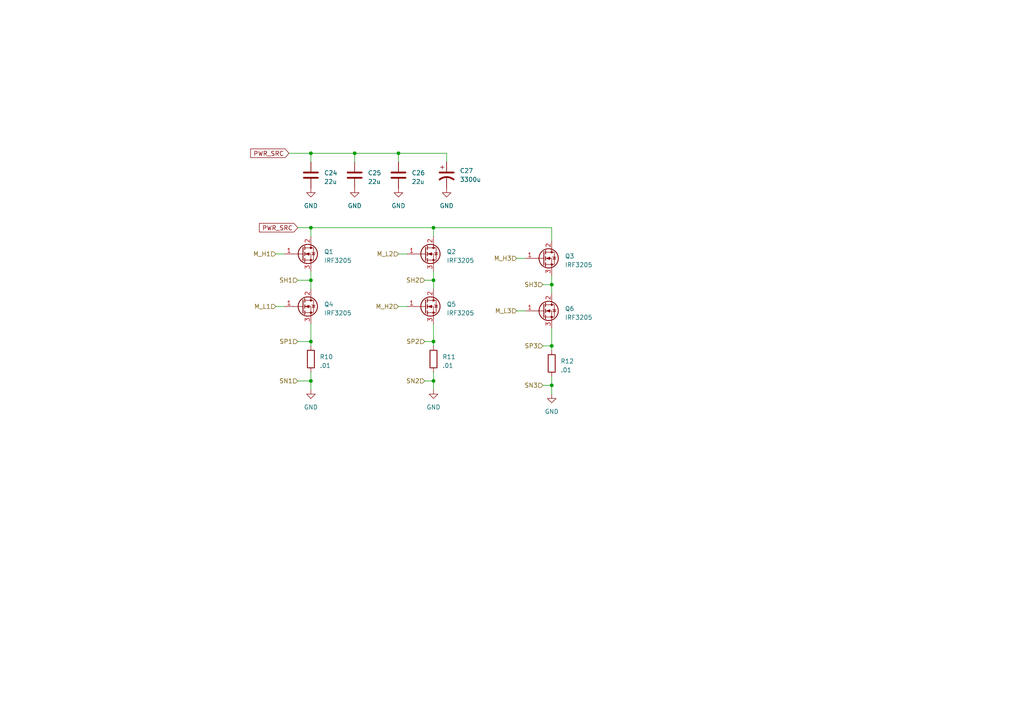
<source format=kicad_sch>
(kicad_sch (version 20230121) (generator eeschema)
  (paper "A4")
  (lib_symbols
    (symbol "Device:C" (pin_numbers hide) (pin_names (offset 0.254))
      (property "Reference" "C" (at 0.635 2.54 0))
      (property "Value" "C" (at 0.635 -2.54 0))
      (symbol "C_0_1"
        (polyline (pts (xy -2.032 -0.762) (xy 2.032 -0.762)) (stroke (width 0.508)))
        (polyline (pts (xy -2.032 0.762) (xy 2.032 0.762)) (stroke (width 0.508)))
      )
      (symbol "C_1_1"
        (pin passive line (at 0 3.81 270) (length 2.794) (name "~") (number "1"))
        (pin passive line (at 0 -3.81 90) (length 2.794) (name "~") (number "2"))
      )
    )
    (symbol "Device:C_Polarized_US" (pin_numbers hide) (pin_names (offset 0.254) hide)
      (property "Reference" "C" (at 0.635 2.54 0))
      (property "Value" "C_Polarized_US" (at 0.635 -2.54 0))
      (symbol "C_Polarized_US_0_1"
        (polyline (pts (xy -2.032 0.762) (xy 2.032 0.762)) (stroke (width 0.508)))
        (polyline (pts (xy -1.778 2.286) (xy -0.762 2.286)))
        (polyline (pts (xy -1.27 1.778) (xy -1.27 2.794)))
        (arc (start 2.032 -1.27) (mid 0 -0.5572) (end -2.032 -1.27) (stroke (width 0.508)))
      )
      (symbol "C_Polarized_US_1_1"
        (pin passive line (at 0 3.81 270) (length 2.794) (name "~") (number "1"))
        (pin passive line (at 0 -3.81 90) (length 3.302) (name "~") (number "2"))
      )
    )
    (symbol "Device:R" (pin_numbers hide) (pin_names (offset 0))
      (property "Reference" "R" (at 2.032 0 90))
      (property "Value" "R" (at 0 0 90))
      (symbol "R_0_1"
        (rectangle (start -1.016 -2.54) (end 1.016 2.54) (stroke (width 0.254)))
      )
      (symbol "R_1_1"
        (pin passive line (at 0 3.81 270) (length 1.27) (name "~") (number "1"))
        (pin passive line (at 0 -3.81 90) (length 1.27) (name "~") (number "2"))
      )
    )
    (symbol "Transistor_FET:IRF3205" (pin_names hide)
      (property "Reference" "Q" (at 6.35 1.905 0))
      (property "Value" "IRF3205" (at 6.35 0 0))
      (symbol "IRF3205_0_1"
        (polyline (pts (xy 0.254 0) (xy -2.54 0)))
        (polyline (pts (xy 0.254 1.905) (xy 0.254 -1.905)) (stroke (width 0.254)))
        (polyline (pts (xy 0.762 -1.27) (xy 0.762 -2.286)) (stroke (width 0.254)))
        (polyline (pts (xy 0.762 0.508) (xy 0.762 -0.508)) (stroke (width 0.254)))
        (polyline (pts (xy 0.762 2.286) (xy 0.762 1.27)) (stroke (width 0.254)))
        (polyline (pts (xy 2.54 2.54) (xy 2.54 1.778)))
        (polyline (pts (xy 2.54 -2.54) (xy 2.54 0) (xy 0.762 0)))
        (polyline (pts (xy 0.762 -1.778) (xy 3.302 -1.778) (xy 3.302 1.778) (xy 0.762 1.778)))
        (polyline (pts (xy 1.016 0) (xy 2.032 0.381) (xy 2.032 -0.381) (xy 1.016 0)) (fill (type outline)))
        (polyline (pts (xy 2.794 0.508) (xy 2.921 0.381) (xy 3.683 0.381) (xy 3.81 0.254)))
        (polyline (pts (xy 3.302 0.381) (xy 2.921 -0.254) (xy 3.683 -0.254) (xy 3.302 0.381)))
        (circle (center 1.651 0) (radius 2.794) (stroke (width 0.254)))
        (circle (center 2.54 -1.778) (radius 0.254) (fill (type outline)))
        (circle (center 2.54 1.778) (radius 0.254) (fill (type outline)))
      )
      (symbol "IRF3205_1_1"
        (pin input line (at -5.08 0 0) (length 2.54) (name "G") (number "1"))
        (pin passive line (at 2.54 5.08 270) (length 2.54) (name "D") (number "2"))
        (pin passive line (at 2.54 -5.08 90) (length 2.54) (name "S") (number "3"))
      )
    )
    (symbol "power:GND" (power) (pin_names (offset 0))
      (property "Value" "GND" (at 0 -3.81 0))
      (symbol "GND_0_1"
        (polyline (pts (xy 0 0) (xy 0 -1.27) (xy 1.27 -1.27) (xy 0 -2.54) (xy -1.27 -1.27) (xy 0 -1.27)))
      )
      (symbol "GND_1_1"
        (pin power_in line (at 0 0 270) (length 0) hide (name "GND") (number "1"))
      )
    )
  )
  (junction (at 90.17 44.45))
  (junction (at 90.17 99.06))
  (junction (at 125.73 99.06))
  (junction (at 125.73 110.49))
  (junction (at 102.87 44.45))
  (junction (at 160.02 82.55))
  (junction (at 160.02 111.76))
  (junction (at 90.17 110.49))
  (junction (at 115.57 44.45))
  (junction (at 160.02 100.33))
  (junction (at 125.73 66.04))
  (junction (at 125.73 81.28))
  (junction (at 90.17 66.04))
  (junction (at 90.17 81.28))
  (wire (pts (xy 102.87 44.45) (xy 102.87 46.99)))
  (wire (pts (xy 160.02 100.33) (xy 160.02 101.6)))
  (wire (pts (xy 80.01 73.66) (xy 82.55 73.66)))
  (wire (pts (xy 86.36 99.06) (xy 90.17 99.06)))
  (wire (pts (xy 102.87 44.45) (xy 115.57 44.45)))
  (wire (pts (xy 86.36 110.49) (xy 90.17 110.49)))
  (wire (pts (xy 86.36 66.04) (xy 90.17 66.04)))
  (wire (pts (xy 123.19 99.06) (xy 125.73 99.06)))
  (wire (pts (xy 115.57 73.66) (xy 118.11 73.66)))
  (wire (pts (xy 125.73 66.04) (xy 160.02 66.04)))
  (wire (pts (xy 90.17 81.28) (xy 90.17 83.82)))
  (wire (pts (xy 90.17 93.98) (xy 90.17 99.06)))
  (wire (pts (xy 115.57 44.45) (xy 115.57 46.99)))
  (wire (pts (xy 90.17 66.04) (xy 125.73 66.04)))
  (wire (pts (xy 115.57 88.9) (xy 118.11 88.9)))
  (wire (pts (xy 129.54 44.45) (xy 129.54 46.99)))
  (wire (pts (xy 90.17 78.74) (xy 90.17 81.28)))
  (wire (pts (xy 149.86 90.17) (xy 152.4 90.17)))
  (wire (pts (xy 125.73 110.49) (xy 125.73 113.03)))
  (wire (pts (xy 125.73 66.04) (xy 125.73 68.58)))
  (wire (pts (xy 90.17 66.04) (xy 90.17 68.58)))
  (wire (pts (xy 160.02 95.25) (xy 160.02 100.33)))
  (wire (pts (xy 157.48 100.33) (xy 160.02 100.33)))
  (wire (pts (xy 90.17 44.45) (xy 102.87 44.45)))
  (wire (pts (xy 157.48 82.55) (xy 160.02 82.55)))
  (wire (pts (xy 90.17 99.06) (xy 90.17 100.33)))
  (wire (pts (xy 125.73 78.74) (xy 125.73 81.28)))
  (wire (pts (xy 90.17 110.49) (xy 90.17 113.03)))
  (wire (pts (xy 160.02 80.01) (xy 160.02 82.55)))
  (wire (pts (xy 125.73 99.06) (xy 125.73 100.33)))
  (wire (pts (xy 80.01 88.9) (xy 82.55 88.9)))
  (wire (pts (xy 125.73 93.98) (xy 125.73 99.06)))
  (wire (pts (xy 90.17 107.95) (xy 90.17 110.49)))
  (wire (pts (xy 125.73 107.95) (xy 125.73 110.49)))
  (wire (pts (xy 115.57 44.45) (xy 129.54 44.45)))
  (wire (pts (xy 157.48 111.76) (xy 160.02 111.76)))
  (wire (pts (xy 86.36 81.28) (xy 90.17 81.28)))
  (wire (pts (xy 83.82 44.45) (xy 90.17 44.45)))
  (wire (pts (xy 123.19 110.49) (xy 125.73 110.49)))
  (wire (pts (xy 160.02 66.04) (xy 160.02 69.85)))
  (wire (pts (xy 160.02 111.76) (xy 160.02 114.3)))
  (wire (pts (xy 160.02 82.55) (xy 160.02 85.09)))
  (wire (pts (xy 123.19 81.28) (xy 125.73 81.28)))
  (wire (pts (xy 90.17 44.45) (xy 90.17 46.99)))
  (wire (pts (xy 160.02 109.22) (xy 160.02 111.76)))
  (wire (pts (xy 149.86 74.93) (xy 152.4 74.93)))
  (wire (pts (xy 125.73 81.28) (xy 125.73 83.82)))
  (global_label "PWR_SRC" (shape input) (at 83.82 44.45 180) (property "Intersheetrefs" "${INTERSHEET_REFS}" (effects hide)))
  (global_label "PWR_SRC" (shape input) (at 86.36 66.04 180) (property "Intersheetrefs" "${INTERSHEET_REFS}" (effects hide)))
  (hierarchical_label "SP2" (shape input) (at 123.19 99.06 180))
  (hierarchical_label "M_L3" (shape input) (at 149.86 90.17 180))
  (hierarchical_label "SN2" (shape input) (at 123.19 110.49 180))
  (hierarchical_label "SH1" (shape input) (at 86.36 81.28 180))
  (hierarchical_label "M_H1" (shape input) (at 80.01 73.66 180))
  (hierarchical_label "M_H3" (shape input) (at 149.86 74.93 180))
  (hierarchical_label "SP3" (shape input) (at 157.48 100.33 180))
  (hierarchical_label "SP1" (shape input) (at 86.36 99.06 180))
  (hierarchical_label "SN3" (shape input) (at 157.48 111.76 180))
  (hierarchical_label "SH2" (shape input) (at 123.19 81.28 180))
  (hierarchical_label "M_L1" (shape input) (at 80.01 88.9 180))
  (hierarchical_label "M_L2" (shape input) (at 115.57 73.66 180))
  (hierarchical_label "M_H2" (shape input) (at 115.57 88.9 180))
  (hierarchical_label "SH3" (shape input) (at 157.48 82.55 180))
  (hierarchical_label "SN1" (shape input) (at 86.36 110.49 180))
  (symbol (lib_id "Transistor_FET:IRF3205") (at 87.63 73.66 0) (unit 1)
    (property "Reference" "Q1" (at 93.98 73.025 0) (effects (justify left)))
    (property "Value" "IRF3205" (at 93.98 75.565 0) (effects (justify left)))
    (property "Footprint" "Package_TO_SOT_THT:TO-220-3_Vertical" (effects hide))
    (property "Datasheet" "http://www.irf.com/product-info/datasheets/data/irf3205.pdf" (effects hide))
  )
  (symbol (lib_id "power:GND") (at 160.02 114.3 0) (unit 1)
    (property "Reference" "#PWR045" (effects hide))
    (property "Value" "GND" (at 160.02 119.38 0))
  )
  (symbol (lib_id "power:GND") (at 115.57 54.61 0) (unit 1)
    (property "Reference" "#PWR041" (effects hide))
    (property "Value" "GND" (at 115.57 59.69 0))
  )
  (symbol (lib_id "power:GND") (at 90.17 113.03 0) (unit 1)
    (property "Reference" "#PWR043" (effects hide))
    (property "Value" "GND" (at 90.17 118.11 0))
  )
  (symbol (lib_id "power:GND") (at 129.54 54.61 0) (unit 1)
    (property "Reference" "#PWR042" (effects hide))
    (property "Value" "GND" (at 129.54 59.69 0))
  )
  (symbol (lib_id "Device:C") (at 115.57 50.8 0) (unit 1)
    (property "Reference" "C26" (at 119.38 50.165 0) (effects (justify left)))
    (property "Value" "22u" (at 119.38 52.705 0) (effects (justify left)))
    (property "Footprint" "Capacitor_SMD:CP_Elec_6.3x7.7" (effects hide))
    (property "Datasheet" "RVT1J220M0607" (effects hide))
  )
  (symbol (lib_id "Transistor_FET:IRF3205") (at 123.19 73.66 0) (unit 1)
    (property "Reference" "Q2" (at 129.54 73.025 0) (effects (justify left)))
    (property "Value" "IRF3205" (at 129.54 75.565 0) (effects (justify left)))
    (property "Footprint" "Package_TO_SOT_THT:TO-220-3_Vertical" (effects hide))
    (property "Datasheet" "http://www.irf.com/product-info/datasheets/data/irf3205.pdf" (effects hide))
  )
  (symbol (lib_id "Transistor_FET:IRF3205") (at 157.48 74.93 0) (unit 1)
    (property "Reference" "Q3" (at 163.83 74.295 0) (effects (justify left)))
    (property "Value" "IRF3205" (at 163.83 76.835 0) (effects (justify left)))
    (property "Footprint" "Package_TO_SOT_THT:TO-220-3_Vertical" (effects hide))
    (property "Datasheet" "http://www.irf.com/product-info/datasheets/data/irf3205.pdf" (effects hide))
  )
  (symbol (lib_id "Device:R") (at 90.17 104.14 0) (unit 1)
    (property "Reference" "R10" (at 92.71 103.505 0) (effects (justify left)))
    (property "Value" ".01" (at 92.71 106.045 0) (effects (justify left)))
    (property "Footprint" "Resistor_SMD:R_2512_6332Metric_Pad1.40x3.35mm_HandSolder" (effects hide))
  )
  (symbol (lib_id "Device:R") (at 160.02 105.41 0) (unit 1)
    (property "Reference" "R12" (at 162.56 104.775 0) (effects (justify left)))
    (property "Value" ".01" (at 162.56 107.315 0) (effects (justify left)))
    (property "Footprint" "Resistor_SMD:R_2512_6332Metric_Pad1.40x3.35mm_HandSolder" (effects hide))
  )
  (symbol (lib_id "power:GND") (at 125.73 113.03 0) (unit 1)
    (property "Reference" "#PWR044" (effects hide))
    (property "Value" "GND" (at 125.73 118.11 0))
  )
  (symbol (lib_id "power:GND") (at 102.87 54.61 0) (unit 1)
    (property "Reference" "#PWR040" (effects hide))
    (property "Value" "GND" (at 102.87 59.69 0))
  )
  (symbol (lib_id "Transistor_FET:IRF3205") (at 123.19 88.9 0) (unit 1)
    (property "Reference" "Q5" (at 129.54 88.265 0) (effects (justify left)))
    (property "Value" "IRF3205" (at 129.54 90.805 0) (effects (justify left)))
    (property "Footprint" "Package_TO_SOT_THT:TO-220-3_Vertical" (effects hide))
    (property "Datasheet" "http://www.irf.com/product-info/datasheets/data/irf3205.pdf" (effects hide))
  )
  (symbol (lib_id "Transistor_FET:IRF3205") (at 157.48 90.17 0) (unit 1)
    (property "Reference" "Q6" (at 163.83 89.535 0) (effects (justify left)))
    (property "Value" "IRF3205" (at 163.83 92.075 0) (effects (justify left)))
    (property "Footprint" "Package_TO_SOT_THT:TO-220-3_Vertical" (effects hide))
    (property "Datasheet" "http://www.irf.com/product-info/datasheets/data/irf3205.pdf" (effects hide))
  )
  (symbol (lib_id "Device:C_Polarized_US") (at 129.54 50.8 0) (unit 1)
    (property "Reference" "C27" (at 133.35 49.53 0) (effects (justify left)))
    (property "Value" "3300u" (at 133.35 52.07 0) (effects (justify left)))
    (property "Footprint" "Capacitor_THT:CP_Radial_D22.0mm_P10.00mm_SnapIn" (effects hide))
  )
  (symbol (lib_id "Device:C") (at 102.87 50.8 0) (unit 1)
    (property "Reference" "C25" (at 106.68 50.165 0) (effects (justify left)))
    (property "Value" "22u" (at 106.68 52.705 0) (effects (justify left)))
    (property "Footprint" "Capacitor_SMD:CP_Elec_6.3x7.7" (effects hide))
    (property "Datasheet" "RVT1J220M0607" (effects hide))
  )
  (symbol (lib_id "Transistor_FET:IRF3205") (at 87.63 88.9 0) (unit 1)
    (property "Reference" "Q4" (at 93.98 88.265 0) (effects (justify left)))
    (property "Value" "IRF3205" (at 93.98 90.805 0) (effects (justify left)))
    (property "Footprint" "Package_TO_SOT_THT:TO-220-3_Vertical" (effects hide))
    (property "Datasheet" "http://www.irf.com/product-info/datasheets/data/irf3205.pdf" (effects hide))
  )
  (symbol (lib_id "Device:R") (at 125.73 104.14 0) (unit 1)
    (property "Reference" "R11" (at 128.27 103.505 0) (effects (justify left)))
    (property "Value" ".01" (at 128.27 106.045 0) (effects (justify left)))
    (property "Footprint" "Resistor_SMD:R_2512_6332Metric_Pad1.40x3.35mm_HandSolder" (effects hide))
  )
  (symbol (lib_id "Device:C") (at 90.17 50.8 0) (unit 1)
    (property "Reference" "C24" (at 93.98 50.165 0) (effects (justify left)))
    (property "Value" "22u" (at 93.98 52.705 0) (effects (justify left)))
    (property "Footprint" "Capacitor_SMD:CP_Elec_6.3x7.7" (effects hide))
    (property "Datasheet" "RVT1J220M0607" (effects hide))
  )
  (symbol (lib_id "power:GND") (at 90.17 54.61 0) (unit 1)
    (property "Reference" "#PWR039" (effects hide))
    (property "Value" "GND" (at 90.17 59.69 0))
  )
)
</source>
